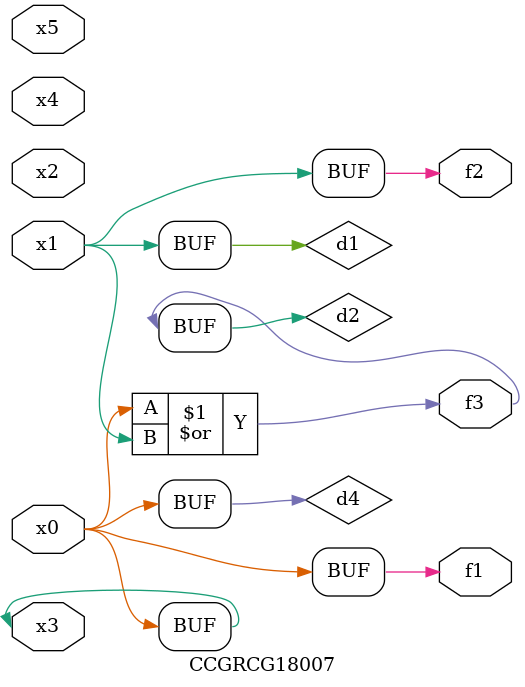
<source format=v>
module CCGRCG18007(
	input x0, x1, x2, x3, x4, x5,
	output f1, f2, f3
);

	wire d1, d2, d3, d4;

	and (d1, x1);
	or (d2, x0, x1);
	nand (d3, x0, x5);
	buf (d4, x0, x3);
	assign f1 = d4;
	assign f2 = d1;
	assign f3 = d2;
endmodule

</source>
